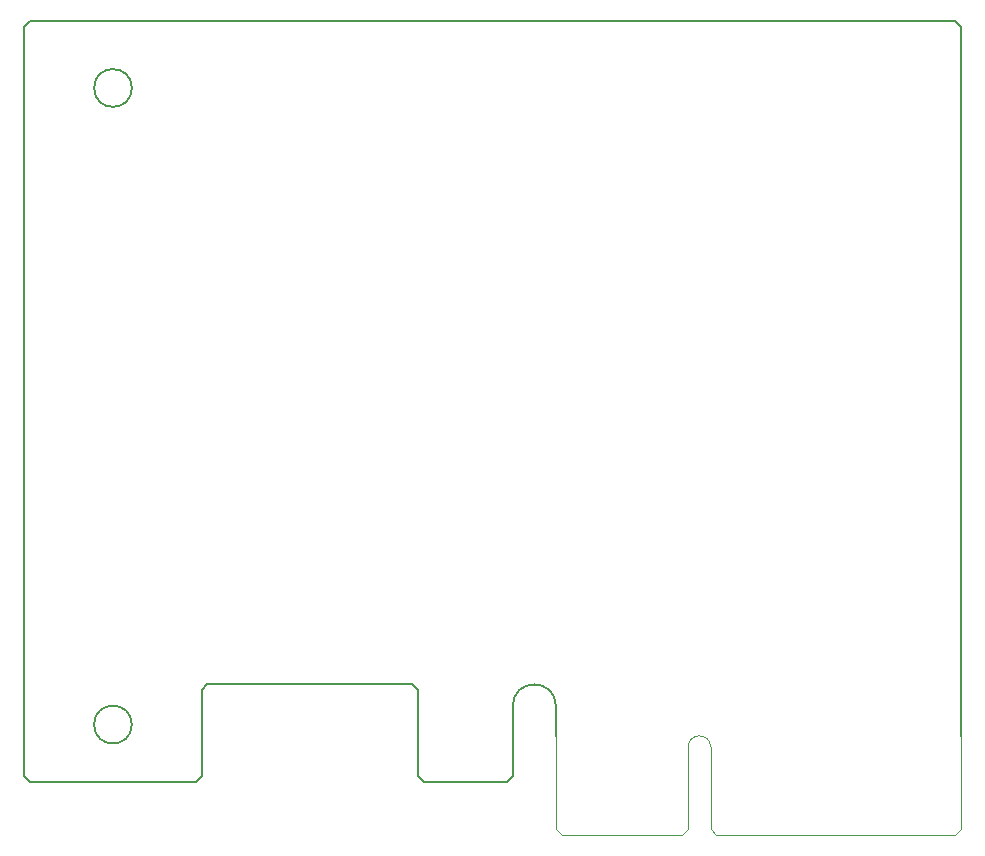
<source format=gbr>
%TF.GenerationSoftware,KiCad,Pcbnew,8.0.0*%
%TF.CreationDate,2024-03-11T20:36:25+10:00*%
%TF.ProjectId,PCIeDMA,50434965-444d-4412-9e6b-696361645f70,1*%
%TF.SameCoordinates,Original*%
%TF.FileFunction,Profile,NP*%
%FSLAX46Y46*%
G04 Gerber Fmt 4.6, Leading zero omitted, Abs format (unit mm)*
G04 Created by KiCad (PCBNEW 8.0.0) date 2024-03-11 20:36:25*
%MOMM*%
%LPD*%
G01*
G04 APERTURE LIST*
%TA.AperFunction,Profile*%
%ADD10C,0.150000*%
%TD*%
%TA.AperFunction,Profile*%
%ADD11C,0.100000*%
%TD*%
G04 APERTURE END LIST*
D10*
X0Y-500000D02*
X500000Y0D01*
X33350000Y-56650000D02*
X33350000Y-63900000D01*
X33850000Y-64400000D02*
X33350000Y-63900000D01*
X500000Y-64400000D02*
X0Y-63900000D01*
X41350000Y-63900000D02*
X41350000Y-57975000D01*
X79300000Y-500000D02*
X79300000Y-60500000D01*
X33850000Y-64400000D02*
X40850000Y-64400000D01*
X32850000Y-56150000D02*
X33350000Y-56650000D01*
X0Y-500000D02*
X0Y-63900000D01*
X45000000Y-57975000D02*
X45000000Y-60500000D01*
X78800000Y0D02*
X79300000Y-500000D01*
X40850000Y-64400000D02*
X41350000Y-63900000D01*
X78800000Y0D02*
X500000Y0D01*
X15000000Y-63900000D02*
X15000000Y-56650000D01*
X15000000Y-56650000D02*
X15500000Y-56150000D01*
X15500000Y-56150000D02*
X32850000Y-56150000D01*
X500000Y-64400000D02*
X14500000Y-64400000D01*
X41350000Y-57975000D02*
G75*
G02*
X45000000Y-57975000I1825000J0D01*
G01*
X14500000Y-64400000D02*
X15000000Y-63900000D01*
%TO.C,M1*%
X9100000Y-5650000D02*
G75*
G02*
X5900000Y-5650000I-1600000J0D01*
G01*
X5900000Y-5650000D02*
G75*
G02*
X9100000Y-5650000I1600000J0D01*
G01*
X9100000Y-59550000D02*
G75*
G02*
X5900000Y-59550000I-1600000J0D01*
G01*
X5900000Y-59550000D02*
G75*
G02*
X9100000Y-59550000I1600000J0D01*
G01*
D11*
%TO.C,J1*%
X45000000Y-60500000D02*
X45000000Y-68400000D01*
X45000000Y-68400000D02*
X45500000Y-68900000D01*
X45500000Y-68900000D02*
X55700000Y-68900000D01*
X56200000Y-61450000D02*
X56200000Y-68400000D01*
X56200000Y-68400000D02*
X55700000Y-68900000D01*
X58100000Y-61450000D02*
X58100000Y-68400000D01*
X58100000Y-68400000D02*
X58600000Y-68900000D01*
X58600000Y-68900000D02*
X78800000Y-68900000D01*
X79300000Y-60500000D02*
X79300000Y-68400000D01*
X79300000Y-68400000D02*
X78800000Y-68900000D01*
X56200000Y-61450000D02*
G75*
G02*
X58100000Y-61450000I950000J0D01*
G01*
%TD*%
M02*

</source>
